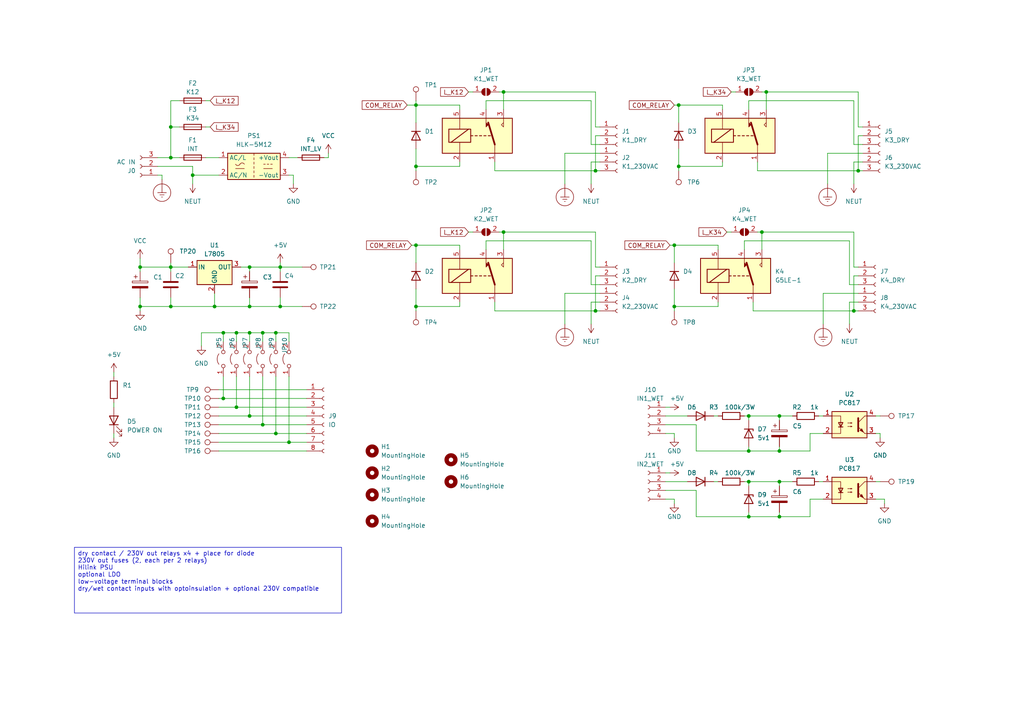
<source format=kicad_sch>
(kicad_sch (version 20250114) (generator "eeschema") (generator_version "9.0")
  (paper "A4")
  (lib_symbols
    (symbol "Connector:Conn_01x03_Socket" (pin_names (offset 1.016) (hide yes))
      (property "Reference" "J" (at 0 5.08 0))
      (property "Value" "Conn_01x03_Socket" (at 0 -5.08 0))
      (symbol "Conn_01x03_Socket_1_1"
        (pin passive line (at -5.08 2.54 0) (length 3.81) (name "Pin_1") (number "1"))
        (pin passive line (at -5.08 0 0) (length 3.81) (name "Pin_2") (number "2"))
        (pin passive line (at -5.08 -2.54 0) (length 3.81) (name "Pin_3") (number "3"))
      )
    )
    (symbol "Connector:Conn_01x04_Socket" (pin_names (offset 1.016) (hide yes))
      (property "Reference" "J" (at 0 5.08 0))
      (property "Value" "Conn_01x04_Socket" (at 0 -7.62 0))
      (symbol "Conn_01x04_Socket_1_1"
        (pin passive line (at -5.08 2.54 0) (length 3.81) (name "Pin_1") (number "1"))
        (pin passive line (at -5.08 0 0) (length 3.81) (name "Pin_2") (number "2"))
        (pin passive line (at -5.08 -2.54 0) (length 3.81) (name "Pin_3") (number "3"))
        (pin passive line (at -5.08 -5.08 0) (length 3.81) (name "Pin_4") (number "4"))
      )
    )
    (symbol "Connector:Conn_01x08_Socket" (pin_names (offset 1.016) (hide yes))
      (property "Reference" "J" (at 0 10.16 0))
      (property "Value" "Conn_01x08_Socket" (at 0 -12.7 0))
      (symbol "Conn_01x08_Socket_1_1"
        (pin passive line (at -5.08 7.62 0) (length 3.81) (name "Pin_1") (number "1"))
        (pin passive line (at -5.08 5.08 0) (length 3.81) (name "Pin_2") (number "2"))
        (pin passive line (at -5.08 2.54 0) (length 3.81) (name "Pin_3") (number "3"))
        (pin passive line (at -5.08 0 0) (length 3.81) (name "Pin_4") (number "4"))
        (pin passive line (at -5.08 -2.54 0) (length 3.81) (name "Pin_5") (number "5"))
        (pin passive line (at -5.08 -5.08 0) (length 3.81) (name "Pin_6") (number "6"))
        (pin passive line (at -5.08 -7.62 0) (length 3.81) (name "Pin_7") (number "7"))
        (pin passive line (at -5.08 -10.16 0) (length 3.81) (name "Pin_8") (number "8"))
      )
    )
    (symbol "Connector:TestPoint" (pin_numbers (hide yes)) (pin_names (offset 0.762) (hide yes))
      (property "Reference" "TP" (at 0 6.858 0))
      (property "Value" "TestPoint" (at 0 5.08 0))
      (symbol "TestPoint_1_1"
        (pin passive line (at 0 0 90) (length 2.54) (name "1") (number "1"))
      )
    )
    (symbol "Converter_ACDC:HLK-5M12"
      (property "Reference" "PS" (at 0 5.08 0))
      (property "Value" "HLK-5M12" (at 0 -5.08 0))
      (symbol "HLK-5M12_1_1"
        (pin power_in line (at -10.16 2.54 0) (length 2.54) (name "AC/L") (number "1"))
        (pin power_in line (at -10.16 -2.54 0) (length 2.54) (name "AC/N") (number "2"))
        (pin power_out line (at 10.16 2.54 180) (length 2.54) (name "+Vout") (number "4"))
        (pin power_out line (at 10.16 -2.54 180) (length 2.54) (name "-Vout") (number "3"))
      )
    )
    (symbol "Device:C" (pin_numbers (hide yes)) (pin_names (offset 0.254))
      (property "Reference" "C" (at 0.635 2.54 0))
      (property "Value" "C" (at 0.635 -2.54 0))
      (symbol "C_1_1"
        (pin passive line (at 0 3.81 270) (length 2.794) (name "~") (number "1"))
        (pin passive line (at 0 -3.81 90) (length 2.794) (name "~") (number "2"))
      )
    )
    (symbol "Device:C_Polarized" (pin_numbers (hide yes)) (pin_names (offset 0.254))
      (property "Reference" "C" (at 0.635 2.54 0))
      (property "Value" "C_Polarized" (at 0.635 -2.54 0))
      (symbol "C_Polarized_1_1"
        (pin passive line (at 0 3.81 270) (length 2.794) (name "~") (number "1"))
        (pin passive line (at 0 -3.81 90) (length 2.794) (name "~") (number "2"))
      )
    )
    (symbol "Device:D" (pin_numbers (hide yes)) (pin_names (offset 1.016) (hide yes))
      (property "Reference" "D" (at 0 2.54 0))
      (property "Value" "D" (at 0 -2.54 0))
      (symbol "D_1_1"
        (pin passive line (at -3.81 0 0) (length 2.54) (name "K") (number "1"))
        (pin passive line (at 3.81 0 180) (length 2.54) (name "A") (number "2"))
      )
    )
    (symbol "Device:D_Zener" (pin_numbers (hide yes)) (pin_names (offset 1.016) (hide yes))
      (property "Reference" "D" (at 0 2.54 0))
      (property "Value" "D_Zener" (at 0 -2.54 0))
      (symbol "D_Zener_1_1"
        (pin passive line (at -3.81 0 0) (length 2.54) (name "K") (number "1"))
        (pin passive line (at 3.81 0 180) (length 2.54) (name "A") (number "2"))
      )
    )
    (symbol "Device:Fuse" (pin_numbers (hide yes)) (pin_names (offset 0))
      (property "Reference" "F" (at 2.032 0 90))
      (property "Value" "Fuse" (at -1.905 0 90))
      (symbol "Fuse_1_1"
        (pin passive line (at 0 3.81 270) (length 1.27) (name "~") (number "1"))
        (pin passive line (at 0 -3.81 90) (length 1.27) (name "~") (number "2"))
      )
    )
    (symbol "Device:LED" (pin_numbers (hide yes)) (pin_names (offset 1.016) (hide yes))
      (property "Reference" "D" (at 0 2.54 0))
      (property "Value" "LED" (at 0 -2.54 0))
      (symbol "LED_1_1"
        (pin passive line (at -3.81 0 0) (length 2.54) (name "K") (number "1"))
        (pin passive line (at 3.81 0 180) (length 2.54) (name "A") (number "2"))
      )
    )
    (symbol "Device:R" (pin_numbers (hide yes)) (pin_names (offset 0))
      (property "Reference" "R" (at 2.032 0 90))
      (property "Value" "R" (at 0 0 90))
      (symbol "R_1_1"
        (pin passive line (at 0 3.81 270) (length 1.27) (name "~") (number "1"))
        (pin passive line (at 0 -3.81 90) (length 1.27) (name "~") (number "2"))
      )
    )
    (symbol "Diode:1N4007" (pin_numbers (hide yes)) (pin_names (hide yes))
      (property "Reference" "D" (at 0 2.54 0))
      (property "Value" "1N4007" (at 0 -2.54 0))
      (symbol "1N4007_1_1"
        (pin passive line (at -3.81 0 0) (length 2.54) (name "K") (number "1"))
        (pin passive line (at 3.81 0 180) (length 2.54) (name "A") (number "2"))
      )
    )
    (symbol "Isolator:PC817" (pin_names (offset 1.016))
      (property "Reference" "U" (at -5.08 5.08 0))
      (property "Value" "PC817" (at 0 5.08 0))
      (symbol "PC817_1_1"
        (pin passive line (at -7.62 2.54 0) (length 2.54) (name "~") (number "1"))
        (pin passive line (at -7.62 -2.54 0) (length 2.54) (name "~") (number "2"))
        (pin passive line (at 7.62 2.54 180) (length 2.54) (name "~") (number "4"))
        (pin passive line (at 7.62 -2.54 180) (length 2.54) (name "~") (number "3"))
      )
    )
    (symbol "Jumper:Jumper_2_Open" (pin_names (offset 0) (hide yes))
      (property "Reference" "JP" (at 0 2.794 0))
      (property "Value" "Jumper_2_Open" (at 0 -2.286 0))
      (symbol "Jumper_2_Open_1_1"
        (pin passive line (at -5.08 0 0) (length 2.54) (name "A") (number "1"))
        (pin passive line (at 5.08 0 180) (length 2.54) (name "B") (number "2"))
      )
    )
    (symbol "Jumper:SolderJumper_2_Open" (pin_names (offset 0) (hide yes))
      (property "Reference" "JP" (at 0 2.032 0))
      (property "Value" "SolderJumper_2_Open" (at 0 -2.54 0))
      (symbol "SolderJumper_2_Open_1_1"
        (pin passive line (at -3.81 0 0) (length 2.54) (name "A") (number "1"))
        (pin passive line (at 3.81 0 180) (length 2.54) (name "B") (number "2"))
      )
    )
    (symbol "Mechanical:MountingHole" (pin_names (offset 1.016))
      (property "Reference" "H" (at 0 5.08 0))
      (property "Value" "MountingHole" (at 0 3.175 0))
    )
    (symbol "Regulator_Linear:L7805" (pin_names (offset 0.254))
      (property "Reference" "U" (at -3.81 3.175 0))
      (property "Value" "L7805" (at 0 3.175 0))
      (symbol "L7805_1_1"
        (pin power_in line (at -7.62 0 0) (length 2.54) (name "IN") (number "1"))
        (pin power_in line (at 0 -7.62 90) (length 2.54) (name "GND") (number "2"))
        (pin power_out line (at 7.62 0 180) (length 2.54) (name "OUT") (number "3"))
      )
    )
    (symbol "Relay:G5LE-1"
      (property "Reference" "K" (at 11.43 3.81 0))
      (property "Value" "G5LE-1" (at 11.43 1.27 0))
      (symbol "G5LE-1_1_1"
        (pin passive line (at -5.08 7.62 270) (length 2.54) (name "~") (number "5"))
        (pin passive line (at -5.08 -7.62 90) (length 2.54) (name "~") (number "2"))
        (pin passive line (at 2.54 7.62 270) (length 2.54) (name "~") (number "4"))
        (pin passive line (at 5.08 -7.62 90) (length 2.54) (name "~") (number "1"))
        (pin passive line (at 7.62 7.62 270) (length 2.54) (name "~") (number "3"))
      )
    )
    (symbol "power:+5V" (power) (pin_names (offset 0))
      (property "Value" "+5V" (at 0 3.556 0))
      (symbol "+5V_1_1"
        (pin power_in line (at 0 0 90) (length 0) (hide yes) (name "+5V") (number "1"))
      )
    )
    (symbol "power:Earth_Protective" (power) (pin_names (offset 0))
      (symbol "Earth_Protective_1_1"
        (pin power_in line (at 0 0 270) (length 0) (hide yes) (name "Earth_Protective") (number "1"))
      )
    )
    (symbol "power:GND" (power) (pin_names (offset 0))
      (property "Value" "GND" (at 0 -3.81 0))
      (symbol "GND_1_1"
        (pin power_in line (at 0 0 270) (length 0) (hide yes) (name "GND") (number "1"))
      )
    )
    (symbol "power:NEUT" (power) (pin_names (offset 0))
      (property "Value" "NEUT" (at 0 3.81 0))
      (symbol "NEUT_1_1"
        (pin power_in line (at 0 0 90) (length 0) (hide yes) (name "NEUT") (number "1"))
      )
    )
    (symbol "power:VCC" (power) (pin_names (offset 0))
      (property "Value" "VCC" (at 0 3.81 0))
      (symbol "VCC_1_1"
        (pin power_in line (at 0 0 90) (length 0) (hide yes) (name "VCC") (number "1"))
      )
    )
  )
  (text_box "dry contact / 230V out relays x4 + place for diode\n230V out fuses (2, each per 2 relays)\nHilink PSU\noptional LDO \nlow-voltage terminal blocks\ndry/wet contact inputs with optoinsulation + optional 230V compatible" (at 21.59 158.75 0) (size 77.47 19.05) (margins 0.9525 0.9525 0.9525 0.9525) (effects (font (size 1.27 1.27)) (justify left top)))
  (junction (at 40.64 88.9))
  (junction (at 76.2 123.19))
  (junction (at 68.58 118.11))
  (junction (at 195.58 71.12))
  (junction (at 220.98 67.31))
  (junction (at 80.01 125.73))
  (junction (at 196.85 30.48))
  (junction (at 217.17 130.81))
  (junction (at 226.06 130.81))
  (junction (at 195.58 88.9))
  (junction (at 146.05 26.67))
  (junction (at 172.72 49.53))
  (junction (at 68.58 96.52))
  (junction (at 196.85 48.26))
  (junction (at 64.77 96.52))
  (junction (at 226.06 120.65))
  (junction (at 172.72 90.17))
  (junction (at 222.25 26.67))
  (junction (at 120.65 30.48))
  (junction (at 49.53 88.9))
  (junction (at 80.01 96.52))
  (junction (at 81.28 77.47))
  (junction (at 248.92 49.53))
  (junction (at 72.39 96.52))
  (junction (at 76.2 96.52))
  (junction (at 120.65 88.9))
  (junction (at 55.88 50.8))
  (junction (at 72.39 120.65))
  (junction (at 49.53 45.72))
  (junction (at 226.06 139.7))
  (junction (at 62.23 88.9))
  (junction (at 72.39 77.47))
  (junction (at 217.17 120.65))
  (junction (at 49.53 36.83))
  (junction (at 40.64 77.47))
  (junction (at 217.17 149.86))
  (junction (at 247.65 90.17))
  (junction (at 49.53 77.47))
  (junction (at 120.65 71.12))
  (junction (at 81.28 88.9))
  (junction (at 120.65 48.26))
  (junction (at 226.06 149.86))
  (junction (at 83.82 128.27))
  (junction (at 72.39 88.9))
  (junction (at 217.17 139.7))
  (junction (at 146.05 67.31))
  (junction (at 64.77 115.57))
  (wire (pts (xy 217.17 130.81) (xy 226.06 130.81)))
  (wire (pts (xy 217.17 29.21) (xy 247.65 29.21)))
  (wire (pts (xy 68.58 109.22) (xy 68.58 118.11)))
  (wire (pts (xy 247.65 80.01) (xy 247.65 90.17)))
  (wire (pts (xy 226.06 139.7) (xy 229.87 139.7)))
  (wire (pts (xy 217.17 139.7) (xy 226.06 139.7)))
  (wire (pts (xy 171.45 69.85) (xy 171.45 82.55)))
  (wire (pts (xy 144.78 26.67) (xy 146.05 26.67)))
  (wire (pts (xy 172.72 49.53) (xy 173.99 49.53)))
  (wire (pts (xy 40.64 86.36) (xy 40.64 88.9)))
  (wire (pts (xy 238.76 85.09) (xy 248.92 85.09)))
  (wire (pts (xy 195.58 30.48) (xy 196.85 30.48)))
  (wire (pts (xy 226.06 120.65) (xy 229.87 120.65)))
  (wire (pts (xy 254 144.78) (xy 256.54 144.78)))
  (wire (pts (xy 217.17 149.86) (xy 226.06 149.86)))
  (wire (pts (xy 143.51 90.17) (xy 172.72 90.17)))
  (wire (pts (xy 195.58 88.9) (xy 208.28 88.9)))
  (wire (pts (xy 64.77 115.57) (xy 88.9 115.57)))
  (wire (pts (xy 195.58 71.12) (xy 195.58 76.2)))
  (wire (pts (xy 215.9 69.85) (xy 215.9 72.39)))
  (wire (pts (xy 201.93 123.19) (xy 201.93 130.81)))
  (wire (pts (xy 76.2 123.19) (xy 88.9 123.19)))
  (wire (pts (xy 62.23 85.09) (xy 62.23 88.9)))
  (wire (pts (xy 172.72 80.01) (xy 173.99 80.01)))
  (wire (pts (xy 195.58 83.82) (xy 195.58 88.9)))
  (wire (pts (xy 196.85 48.26) (xy 209.55 48.26)))
  (wire (pts (xy 146.05 26.67) (xy 172.72 26.67)))
  (wire (pts (xy 201.93 149.86) (xy 217.17 149.86)))
  (wire (pts (xy 196.85 43.18) (xy 196.85 48.26)))
  (wire (pts (xy 40.64 78.74) (xy 40.64 77.47)))
  (wire (pts (xy 226.06 130.81) (xy 234.95 130.81)))
  (wire (pts (xy 195.58 71.12) (xy 208.28 71.12)))
  (wire (pts (xy 143.51 87.63) (xy 143.51 90.17)))
  (wire (pts (xy 62.23 88.9) (xy 72.39 88.9)))
  (wire (pts (xy 33.02 107.95) (xy 33.02 109.22)))
  (wire (pts (xy 120.65 83.82) (xy 120.65 88.9)))
  (wire (pts (xy 119.38 71.12) (xy 120.65 71.12)))
  (wire (pts (xy 63.5 115.57) (xy 64.77 115.57)))
  (wire (pts (xy 237.49 120.65) (xy 238.76 120.65)))
  (wire (pts (xy 193.04 118.11) (xy 194.31 118.11)))
  (wire (pts (xy 171.45 87.63) (xy 173.99 87.63)))
  (wire (pts (xy 120.65 30.48) (xy 133.35 30.48)))
  (wire (pts (xy 64.77 96.52) (xy 68.58 96.52)))
  (wire (pts (xy 120.65 29.21) (xy 120.65 30.48)))
  (wire (pts (xy 120.65 48.26) (xy 133.35 48.26)))
  (wire (pts (xy 49.53 36.83) (xy 52.07 36.83)))
  (wire (pts (xy 49.53 88.9) (xy 62.23 88.9)))
  (wire (pts (xy 217.17 139.7) (xy 217.17 140.97)))
  (wire (pts (xy 246.38 82.55) (xy 248.92 82.55)))
  (wire (pts (xy 248.92 36.83) (xy 248.92 26.67)))
  (wire (pts (xy 247.65 46.99) (xy 247.65 53.34)))
  (wire (pts (xy 72.39 77.47) (xy 72.39 78.74)))
  (wire (pts (xy 133.35 48.26) (xy 133.35 46.99)))
  (wire (pts (xy 163.83 93.98) (xy 163.83 85.09)))
  (wire (pts (xy 72.39 88.9) (xy 81.28 88.9)))
  (wire (pts (xy 120.65 30.48) (xy 120.65 35.56)))
  (wire (pts (xy 195.58 144.78) (xy 195.58 146.05)))
  (wire (pts (xy 219.71 67.31) (xy 220.98 67.31)))
  (wire (pts (xy 46.99 50.8) (xy 46.99 52.07)))
  (wire (pts (xy 49.53 29.21) (xy 49.53 36.83)))
  (wire (pts (xy 72.39 86.36) (xy 72.39 88.9)))
  (wire (pts (xy 133.35 71.12) (xy 133.35 72.39)))
  (wire (pts (xy 80.01 109.22) (xy 80.01 125.73)))
  (wire (pts (xy 135.89 67.31) (xy 137.16 67.31)))
  (wire (pts (xy 80.01 96.52) (xy 83.82 96.52)))
  (wire (pts (xy 217.17 148.59) (xy 217.17 149.86)))
  (wire (pts (xy 49.53 36.83) (xy 49.53 45.72)))
  (wire (pts (xy 215.9 139.7) (xy 217.17 139.7)))
  (wire (pts (xy 248.92 39.37) (xy 250.19 39.37)))
  (wire (pts (xy 63.5 123.19) (xy 76.2 123.19)))
  (wire (pts (xy 171.45 46.99) (xy 171.45 53.34)))
  (wire (pts (xy 215.9 69.85) (xy 246.38 69.85)))
  (wire (pts (xy 68.58 118.11) (xy 88.9 118.11)))
  (wire (pts (xy 33.02 116.84) (xy 33.02 118.11)))
  (wire (pts (xy 59.69 45.72) (xy 63.5 45.72)))
  (wire (pts (xy 256.54 144.78) (xy 256.54 146.05)))
  (wire (pts (xy 144.78 67.31) (xy 146.05 67.31)))
  (wire (pts (xy 219.71 46.99) (xy 219.71 49.53)))
  (wire (pts (xy 254 139.7) (xy 255.27 139.7)))
  (wire (pts (xy 171.45 46.99) (xy 173.99 46.99)))
  (wire (pts (xy 234.95 144.78) (xy 238.76 144.78)))
  (wire (pts (xy 49.53 76.2) (xy 49.53 77.47)))
  (wire (pts (xy 64.77 109.22) (xy 64.77 115.57)))
  (wire (pts (xy 80.01 125.73) (xy 88.9 125.73)))
  (wire (pts (xy 222.25 26.67) (xy 248.92 26.67)))
  (wire (pts (xy 40.64 74.93) (xy 40.64 77.47)))
  (wire (pts (xy 171.45 41.91) (xy 173.99 41.91)))
  (wire (pts (xy 217.17 120.65) (xy 217.17 121.92)))
  (wire (pts (xy 49.53 77.47) (xy 49.53 78.74)))
  (wire (pts (xy 172.72 36.83) (xy 172.72 26.67)))
  (wire (pts (xy 146.05 67.31) (xy 172.72 67.31)))
  (wire (pts (xy 135.89 26.67) (xy 137.16 26.67)))
  (wire (pts (xy 120.65 88.9) (xy 120.65 90.17)))
  (wire (pts (xy 143.51 46.99) (xy 143.51 49.53)))
  (wire (pts (xy 146.05 72.39) (xy 146.05 67.31)))
  (wire (pts (xy 215.9 120.65) (xy 217.17 120.65)))
  (wire (pts (xy 220.98 67.31) (xy 247.65 67.31)))
  (wire (pts (xy 247.65 29.21) (xy 247.65 41.91)))
  (wire (pts (xy 69.85 77.47) (xy 72.39 77.47)))
  (wire (pts (xy 208.28 88.9) (xy 208.28 87.63)))
  (wire (pts (xy 196.85 30.48) (xy 196.85 35.56)))
  (wire (pts (xy 143.51 49.53) (xy 172.72 49.53)))
  (wire (pts (xy 196.85 48.26) (xy 196.85 49.53)))
  (wire (pts (xy 201.93 130.81) (xy 217.17 130.81)))
  (wire (pts (xy 68.58 99.06) (xy 68.58 96.52)))
  (wire (pts (xy 247.65 46.99) (xy 250.19 46.99)))
  (wire (pts (xy 72.39 96.52) (xy 72.39 99.06)))
  (wire (pts (xy 49.53 86.36) (xy 49.53 88.9)))
  (wire (pts (xy 196.85 30.48) (xy 209.55 30.48)))
  (wire (pts (xy 52.07 29.21) (xy 49.53 29.21)))
  (wire (pts (xy 254 125.73) (xy 255.27 125.73)))
  (wire (pts (xy 218.44 87.63) (xy 218.44 90.17)))
  (wire (pts (xy 63.5 130.81) (xy 88.9 130.81)))
  (wire (pts (xy 195.58 88.9) (xy 195.58 90.17)))
  (wire (pts (xy 45.72 45.72) (xy 49.53 45.72)))
  (wire (pts (xy 72.39 109.22) (xy 72.39 120.65)))
  (wire (pts (xy 193.04 137.16) (xy 194.31 137.16)))
  (wire (pts (xy 172.72 77.47) (xy 172.72 67.31)))
  (wire (pts (xy 172.72 80.01) (xy 172.72 90.17)))
  (wire (pts (xy 63.5 128.27) (xy 83.82 128.27)))
  (wire (pts (xy 255.27 125.73) (xy 255.27 127)))
  (wire (pts (xy 218.44 90.17) (xy 247.65 90.17)))
  (wire (pts (xy 207.01 120.65) (xy 208.28 120.65)))
  (wire (pts (xy 49.53 77.47) (xy 54.61 77.47)))
  (wire (pts (xy 238.76 93.98) (xy 238.76 85.09)))
  (wire (pts (xy 45.72 50.8) (xy 46.99 50.8)))
  (wire (pts (xy 237.49 139.7) (xy 238.76 139.7)))
  (wire (pts (xy 248.92 49.53) (xy 250.19 49.53)))
  (wire (pts (xy 120.65 71.12) (xy 120.65 76.2)))
  (wire (pts (xy 58.42 100.33) (xy 58.42 96.52)))
  (wire (pts (xy 248.92 39.37) (xy 248.92 49.53)))
  (wire (pts (xy 173.99 36.83) (xy 172.72 36.83)))
  (wire (pts (xy 33.02 125.73) (xy 33.02 127)))
  (wire (pts (xy 63.5 113.03) (xy 88.9 113.03)))
  (wire (pts (xy 140.97 29.21) (xy 140.97 31.75)))
  (wire (pts (xy 81.28 77.47) (xy 81.28 78.74)))
  (wire (pts (xy 120.65 43.18) (xy 120.65 48.26)))
  (wire (pts (xy 163.83 44.45) (xy 173.99 44.45)))
  (wire (pts (xy 246.38 87.63) (xy 248.92 87.63)))
  (wire (pts (xy 195.58 127) (xy 195.58 125.73)))
  (wire (pts (xy 140.97 69.85) (xy 171.45 69.85)))
  (wire (pts (xy 81.28 88.9) (xy 87.63 88.9)))
  (wire (pts (xy 219.71 49.53) (xy 248.92 49.53)))
  (wire (pts (xy 172.72 39.37) (xy 173.99 39.37)))
  (wire (pts (xy 83.82 128.27) (xy 88.9 128.27)))
  (wire (pts (xy 234.95 144.78) (xy 234.95 149.86)))
  (wire (pts (xy 234.95 125.73) (xy 234.95 130.81)))
  (wire (pts (xy 55.88 50.8) (xy 63.5 50.8)))
  (wire (pts (xy 40.64 77.47) (xy 49.53 77.47)))
  (wire (pts (xy 193.04 123.19) (xy 201.93 123.19)))
  (wire (pts (xy 140.97 29.21) (xy 171.45 29.21)))
  (wire (pts (xy 220.98 26.67) (xy 222.25 26.67)))
  (wire (pts (xy 55.88 50.8) (xy 55.88 53.34)))
  (wire (pts (xy 171.45 87.63) (xy 171.45 93.98)))
  (wire (pts (xy 63.5 118.11) (xy 68.58 118.11)))
  (wire (pts (xy 171.45 82.55) (xy 173.99 82.55)))
  (wire (pts (xy 193.04 125.73) (xy 195.58 125.73)))
  (wire (pts (xy 85.09 50.8) (xy 83.82 50.8)))
  (wire (pts (xy 59.69 36.83) (xy 60.96 36.83)))
  (wire (pts (xy 72.39 77.47) (xy 81.28 77.47)))
  (wire (pts (xy 247.65 80.01) (xy 248.92 80.01)))
  (wire (pts (xy 226.06 140.97) (xy 226.06 139.7)))
  (wire (pts (xy 146.05 31.75) (xy 146.05 26.67)))
  (wire (pts (xy 247.65 77.47) (xy 247.65 67.31)))
  (wire (pts (xy 193.04 139.7) (xy 199.39 139.7)))
  (wire (pts (xy 120.65 88.9) (xy 133.35 88.9)))
  (wire (pts (xy 40.64 88.9) (xy 40.64 90.17)))
  (wire (pts (xy 171.45 29.21) (xy 171.45 41.91)))
  (wire (pts (xy 217.17 120.65) (xy 226.06 120.65)))
  (wire (pts (xy 247.65 41.91) (xy 250.19 41.91)))
  (wire (pts (xy 81.28 76.2) (xy 81.28 77.47)))
  (wire (pts (xy 72.39 96.52) (xy 76.2 96.52)))
  (wire (pts (xy 120.65 48.26) (xy 120.65 49.53)))
  (wire (pts (xy 172.72 39.37) (xy 172.72 49.53)))
  (wire (pts (xy 163.83 85.09) (xy 173.99 85.09)))
  (wire (pts (xy 234.95 125.73) (xy 238.76 125.73)))
  (wire (pts (xy 68.58 96.52) (xy 72.39 96.52)))
  (wire (pts (xy 246.38 87.63) (xy 246.38 93.98)))
  (wire (pts (xy 81.28 77.47) (xy 87.63 77.47)))
  (wire (pts (xy 76.2 96.52) (xy 76.2 99.06)))
  (wire (pts (xy 248.92 77.47) (xy 247.65 77.47)))
  (wire (pts (xy 210.82 67.31) (xy 212.09 67.31)))
  (wire (pts (xy 81.28 86.36) (xy 81.28 88.9)))
  (wire (pts (xy 76.2 109.22) (xy 76.2 123.19)))
  (wire (pts (xy 250.19 36.83) (xy 248.92 36.83)))
  (wire (pts (xy 247.65 90.17) (xy 248.92 90.17)))
  (wire (pts (xy 226.06 148.59) (xy 226.06 149.86)))
  (wire (pts (xy 246.38 69.85) (xy 246.38 82.55)))
  (wire (pts (xy 140.97 69.85) (xy 140.97 72.39)))
  (wire (pts (xy 254 120.65) (xy 255.27 120.65)))
  (wire (pts (xy 58.42 96.52) (xy 64.77 96.52)))
  (wire (pts (xy 208.28 71.12) (xy 208.28 72.39)))
  (wire (pts (xy 118.11 30.48) (xy 120.65 30.48)))
  (wire (pts (xy 72.39 120.65) (xy 88.9 120.65)))
  (wire (pts (xy 240.03 44.45) (xy 250.19 44.45)))
  (wire (pts (xy 59.69 29.21) (xy 60.96 29.21)))
  (wire (pts (xy 40.64 88.9) (xy 49.53 88.9)))
  (wire (pts (xy 207.01 139.7) (xy 208.28 139.7)))
  (wire (pts (xy 226.06 149.86) (xy 234.95 149.86)))
  (wire (pts (xy 217.17 29.21) (xy 217.17 31.75)))
  (wire (pts (xy 173.99 77.47) (xy 172.72 77.47)))
  (wire (pts (xy 85.09 50.8) (xy 85.09 53.34)))
  (wire (pts (xy 240.03 53.34) (xy 240.03 44.45)))
  (wire (pts (xy 49.53 45.72) (xy 52.07 45.72)))
  (wire (pts (xy 133.35 30.48) (xy 133.35 31.75)))
  (wire (pts (xy 209.55 48.26) (xy 209.55 46.99)))
  (wire (pts (xy 193.04 120.65) (xy 199.39 120.65)))
  (wire (pts (xy 63.5 125.73) (xy 80.01 125.73)))
  (wire (pts (xy 63.5 120.65) (xy 72.39 120.65)))
  (wire (pts (xy 209.55 30.48) (xy 209.55 31.75)))
  (wire (pts (xy 172.72 90.17) (xy 173.99 90.17)))
  (wire (pts (xy 226.06 121.92) (xy 226.06 120.65)))
  (wire (pts (xy 193.04 142.24) (xy 201.93 142.24)))
  (wire (pts (xy 212.09 26.67) (xy 213.36 26.67)))
  (wire (pts (xy 193.04 144.78) (xy 195.58 144.78)))
  (wire (pts (xy 95.25 44.45) (xy 95.25 45.72)))
  (wire (pts (xy 133.35 88.9) (xy 133.35 87.63)))
  (wire (pts (xy 83.82 45.72) (xy 86.36 45.72)))
  (wire (pts (xy 120.65 71.12) (xy 133.35 71.12)))
  (wire (pts (xy 76.2 96.52) (xy 80.01 96.52)))
  (wire (pts (xy 163.83 53.34) (xy 163.83 44.45)))
  (wire (pts (xy 55.88 48.26) (xy 55.88 50.8)))
  (wire (pts (xy 83.82 96.52) (xy 83.82 99.06)))
  (wire (pts (xy 80.01 96.52) (xy 80.01 99.06)))
  (wire (pts (xy 220.98 72.39) (xy 220.98 67.31)))
  (wire (pts (xy 222.25 31.75) (xy 222.25 26.67)))
  (wire (pts (xy 194.31 71.12) (xy 195.58 71.12)))
  (wire (pts (xy 64.77 99.06) (xy 64.77 96.52)))
  (wire (pts (xy 45.72 48.26) (xy 55.88 48.26)))
  (wire (pts (xy 83.82 109.22) (xy 83.82 128.27)))
  (wire (pts (xy 93.98 45.72) (xy 95.25 45.72)))
  (wire (pts (xy 201.93 142.24) (xy 201.93 149.86)))
  (wire (pts (xy 217.17 129.54) (xy 217.17 130.81)))
  (wire (pts (xy 226.06 129.54) (xy 226.06 130.81)))
  (global_label "L_K12" (shape input) (at 135.89 26.67 180) (property "Intersheetrefs" "${INTERSHEET_REFS}" (effects (hide yes))))
  (global_label "L_K34" (shape input) (at 210.82 67.31 180) (property "Intersheetrefs" "${INTERSHEET_REFS}" (effects (hide yes))))
  (global_label "L_K34" (shape input) (at 60.96 36.83 0) (property "Intersheetrefs" "${INTERSHEET_REFS}" (effects (hide yes))))
  (global_label "L_K34" (shape input) (at 212.09 26.67 180) (property "Intersheetrefs" "${INTERSHEET_REFS}" (effects (hide yes))))
  (global_label "COM_RELAY" (shape input) (at 194.31 71.12 180) (property "Intersheetrefs" "${INTERSHEET_REFS}" (effects (hide yes))))
  (global_label "COM_RELAY" (shape input) (at 119.38 71.12 180) (property "Intersheetrefs" "${INTERSHEET_REFS}" (effects (hide yes))))
  (global_label "L_K12" (shape input) (at 135.89 67.31 180) (property "Intersheetrefs" "${INTERSHEET_REFS}" (effects (hide yes))))
  (global_label "L_K12" (shape input) (at 60.96 29.21 0) (property "Intersheetrefs" "${INTERSHEET_REFS}" (effects (hide yes))))
  (global_label "COM_RELAY" (shape input) (at 195.58 30.48 180) (property "Intersheetrefs" "${INTERSHEET_REFS}" (effects (hide yes))))
  (global_label "COM_RELAY" (shape input) (at 118.11 30.48 180) (property "Intersheetrefs" "${INTERSHEET_REFS}" (effects (hide yes))))
  (symbol (lib_id "power:+5V") (at 194.31 118.11 270) (unit 1)
    (property "Reference" "#PWR018" (effects (hide yes)))
    (property "Value" "+5V" (at 194.31 115.57 90) (effects (justify left)))
  )
  (symbol (lib_id "Device:C_Polarized") (at 40.64 82.55 0) (unit 1)
    (property "Reference" "C1" (at 44.45 80.391 0) (effects (justify left)))
    (property "Value" "C_Polarized" (effects (hide yes)))
    (property "Footprint" "Capacitor_THT:C_Radial_D10.0mm_H20.0mm_P5.00mm" (effects (hide yes)))
  )
  (symbol (lib_id "Isolator:PC817") (at 246.38 123.19 0) (unit 1)
    (property "Reference" "U2" (at 246.38 114.3 0))
    (property "Value" "PC817" (at 246.38 116.84 0))
    (property "Footprint" "Package_DIP:DIP-4_W7.62mm" (effects (hide yes)))
    (property "Datasheet" "http://www.soselectronic.cz/a_info/resource/d/pc817.pdf" (effects (hide yes)))
  )
  (symbol (lib_id "Connector:TestPoint") (at 63.5 123.19 90) (unit 1)
    (property "Reference" "TP13" (at 55.88 123.19 90))
    (property "Value" "TestPoint" (effects (hide yes)))
    (property "Footprint" "Connector_Pin:Pin_D0.7mm_L6.5mm_W1.8mm_FlatFork" (effects (hide yes)))
  )
  (symbol (lib_id "Connector:Conn_01x04_Socket") (at 187.96 120.65 0) (mirror y) (unit 1)
    (property "Reference" "J10" (at 188.595 113.03 0))
    (property "Value" "IN1_WET" (at 188.595 115.57 0))
    (property "Footprint" "Connector_Phoenix_MC_HighVoltage:PhoenixContact_MCV_1,5_4-G-5.08_1x04_P5.08mm_Vertical" (effects (hide yes)))
  )
  (symbol (lib_id "Mechanical:MountingHole") (at 130.81 139.7 0) (unit 1)
    (property "Reference" "H6" (at 133.35 138.43 0) (effects (justify left)))
    (property "Value" "MountingHole" (at 133.35 140.97 0) (effects (justify left)))
    (property "Footprint" "MountingHole:MountingHole_2.2mm_M2" (effects (hide yes)))
  )
  (symbol (lib_id "power:GND") (at 256.54 146.05 0) (unit 1)
    (property "Reference" "#PWR023" (effects (hide yes)))
    (property "Value" "GND" (at 256.54 151.13 0))
  )
  (symbol (lib_id "Connector:TestPoint") (at 63.5 128.27 90) (unit 1)
    (property "Reference" "TP15" (at 55.88 128.27 90))
    (property "Value" "TestPoint" (effects (hide yes)))
    (property "Footprint" "Connector_Pin:Pin_D0.7mm_L6.5mm_W1.8mm_FlatFork" (effects (hide yes)))
  )
  (symbol (lib_id "Device:Fuse") (at 55.88 45.72 90) (unit 1)
    (property "Reference" "F1" (at 55.88 40.64 90))
    (property "Value" "INT" (at 55.88 43.18 90))
    (property "Footprint" "Fuse:Fuse_BelFuse_0ZRE0005FF_L8.3mm_W3.8mm" (effects (hide yes)))
  )
  (symbol (lib_id "Mechanical:MountingHole") (at 107.95 151.13 0) (unit 1)
    (property "Reference" "H4" (at 110.49 149.86 0) (effects (justify left)))
    (property "Value" "MountingHole" (at 110.49 152.4 0) (effects (justify left)))
    (property "Footprint" "MountingHole:MountingHole_2.2mm_M2" (effects (hide yes)))
  )
  (symbol (lib_id "power:Earth_Protective") (at 46.99 52.07 0) (unit 1)
    (property "Reference" "#PWR03" (effects (hide yes)))
    (property "Value" "Earth_Protective" (effects (hide yes)))
  )
  (symbol (lib_id "Relay:G5LE-1") (at 214.63 39.37 0) (unit 1)
    (property "Reference" "K3" (effects (hide yes)))
    (property "Value" "G5LE-1" (effects (hide yes)))
    (property "Footprint" "Relay_THT:Relay_SPDT_Omron-G5LE-1" (effects (hide yes)))
    (property "Datasheet" "http://www.omron.com/ecb/products/pdf/en-g5le.pdf" (effects (hide yes)))
  )
  (symbol (lib_id "Device:R") (at 33.02 113.03 180) (unit 1)
    (property "Reference" "R1" (at 35.56 111.76 0) (effects (justify right)))
    (property "Value" "R" (effects (hide yes)))
    (property "Footprint" "Resistor_SMD:R_1206_3216Metric_Pad1.30x1.75mm_HandSolder" (effects (hide yes)))
  )
  (symbol (lib_id "Connector:TestPoint") (at 120.65 49.53 180) (unit 1)
    (property "Reference" "TP2" (at 123.19 52.832 0) (effects (justify right)))
    (property "Value" "TestPoint" (effects (hide yes)))
    (property "Footprint" "Connector_Pin:Pin_D0.7mm_L6.5mm_W1.8mm_FlatFork" (effects (hide yes)))
  )
  (symbol (lib_id "Connector:TestPoint") (at 63.5 113.03 90) (unit 1)
    (property "Reference" "TP9" (at 55.88 113.03 90))
    (property "Value" "TestPoint" (effects (hide yes)))
    (property "Footprint" "Connector_Pin:Pin_D0.7mm_L6.5mm_W1.8mm_FlatFork" (effects (hide yes)))
  )
  (symbol (lib_id "Relay:G5LE-1") (at 213.36 80.01 0) (unit 1)
    (property "Reference" "K4" (at 224.79 78.74 0) (effects (justify left)))
    (property "Value" "G5LE-1" (at 224.79 81.28 0) (effects (justify left)))
    (property "Footprint" "Relay_THT:Relay_SPDT_Omron-G5LE-1" (effects (hide yes)))
    (property "Datasheet" "http://www.omron.com/ecb/products/pdf/en-g5le.pdf" (effects (hide yes)))
  )
  (symbol (lib_id "Connector:TestPoint") (at 255.27 139.7 270) (unit 1)
    (property "Reference" "TP19" (at 262.89 139.7 90))
    (property "Value" "TestPoint" (effects (hide yes)))
    (property "Footprint" "Connector_Pin:Pin_D0.7mm_L6.5mm_W1.8mm_FlatFork" (effects (hide yes)))
  )
  (symbol (lib_id "Connector:Conn_01x03_Socket") (at 40.64 48.26 180) (unit 1)
    (property "Reference" "J0" (at 39.37 49.53 0) (effects (justify left)))
    (property "Value" "AC IN" (at 39.37 46.99 0) (effects (justify left)))
    (property "Footprint" "Connector_Phoenix_MC_HighVoltage:PhoenixContact_MCV_1,5_3-G-5.08_1x03_P5.08mm_Vertical" (effects (hide yes)))
  )
  (symbol (lib_id "Device:D") (at 203.2 120.65 180) (unit 1)
    (property "Reference" "D6" (at 200.66 118.11 0))
    (property "Value" "D" (effects (hide yes)))
    (property "Footprint" "Diode_THT:D_DO-41_SOD81_P10.16mm_Horizontal" (effects (hide yes)))
    (property "Sim.Device" "D" (effects (hide yes)))
    (property "Sim.Pins" "1=K 2=A" (effects (hide yes)))
  )
  (symbol (lib_id "power:NEUT") (at 246.38 93.98 180) (unit 1)
    (property "Reference" "#PWR010" (effects (hide yes)))
    (property "Value" "NEUT" (at 246.38 99.06 0))
  )
  (symbol (lib_id "Mechanical:MountingHole") (at 130.81 133.35 0) (unit 1)
    (property "Reference" "H5" (at 133.35 132.08 0) (effects (justify left)))
    (property "Value" "MountingHole" (at 133.35 134.62 0) (effects (justify left)))
    (property "Footprint" "MountingHole:MountingHole_2.2mm_M2" (effects (hide yes)))
  )
  (symbol (lib_id "power:Earth_Protective") (at 240.03 53.34 0) (unit 1)
    (property "Reference" "#PWR07" (effects (hide yes)))
    (property "Value" "Earth_Protective" (effects (hide yes)))
  )
  (symbol (lib_id "Connector:Conn_01x03_Socket") (at 179.07 46.99 0) (unit 1)
    (property "Reference" "J2" (at 180.34 45.72 0) (effects (justify left)))
    (property "Value" "K1_230VAC" (at 180.34 48.26 0) (effects (justify left)))
    (property "Footprint" "Connector_Phoenix_MC_HighVoltage:PhoenixContact_MCV_1,5_3-G-5.08_1x03_P5.08mm_Vertical" (effects (hide yes)))
  )
  (symbol (lib_id "power:Earth_Protective") (at 238.76 93.98 0) (unit 1)
    (property "Reference" "#PWR09" (effects (hide yes)))
    (property "Value" "Earth_Protective" (effects (hide yes)))
  )
  (symbol (lib_id "Connector:Conn_01x03_Socket") (at 255.27 46.99 0) (unit 1)
    (property "Reference" "J6" (at 256.54 45.72 0) (effects (justify left)))
    (property "Value" "K3_230VAC" (at 256.54 48.26 0) (effects (justify left)))
    (property "Footprint" "Connector_Phoenix_MC_HighVoltage:PhoenixContact_MCV_1,5_3-G-5.08_1x03_P5.08mm_Vertical" (effects (hide yes)))
  )
  (symbol (lib_id "Device:R") (at 212.09 139.7 90) (unit 1)
    (property "Reference" "R4" (at 207.01 137.16 90))
    (property "Value" "100k/3W" (at 214.63 137.16 90))
    (property "Footprint" "Resistor_THT:R_Axial_DIN0309_L9.0mm_D3.2mm_P15.24mm_Horizontal" (effects (hide yes)))
  )
  (symbol (lib_id "Device:R") (at 212.09 120.65 90) (unit 1)
    (property "Reference" "R3" (at 207.01 118.11 90))
    (property "Value" "100k/3W" (at 214.63 118.11 90))
    (property "Footprint" "Resistor_THT:R_Axial_DIN0309_L9.0mm_D3.2mm_P15.24mm_Horizontal" (effects (hide yes)))
  )
  (symbol (lib_id "Device:C_Polarized") (at 72.39 82.55 0) (unit 1)
    (property "Reference" "C3" (at 76.2 80.391 0) (effects (justify left)))
    (property "Value" "C_Polarized" (effects (hide yes)))
    (property "Footprint" "Capacitor_THT:C_Radial_D10.0mm_H20.0mm_P5.00mm" (effects (hide yes)))
  )
  (symbol (lib_id "Mechanical:MountingHole") (at 107.95 143.51 0) (unit 1)
    (property "Reference" "H3" (at 110.49 142.24 0) (effects (justify left)))
    (property "Value" "MountingHole" (at 110.49 144.78 0) (effects (justify left)))
    (property "Footprint" "MountingHole:MountingHole_2.2mm_M2" (effects (hide yes)))
  )
  (symbol (lib_id "Jumper:SolderJumper_2_Open") (at 217.17 26.67 0) (unit 1)
    (property "Reference" "JP3" (at 217.17 20.32 0))
    (property "Value" "K3_WET" (at 217.17 22.86 0))
    (property "Footprint" "TestPoint:TestPoint_2Pads_Pitch5.08mm_Drill1.3mm" (effects (hide yes)))
  )
  (symbol (lib_id "Connector:TestPoint") (at 63.5 120.65 90) (unit 1)
    (property "Reference" "TP12" (at 55.88 120.65 90))
    (property "Value" "TestPoint" (effects (hide yes)))
    (property "Footprint" "Connector_Pin:Pin_D0.7mm_L6.5mm_W1.8mm_FlatFork" (effects (hide yes)))
  )
  (symbol (lib_id "Connector:TestPoint") (at 255.27 120.65 270) (unit 1)
    (property "Reference" "TP17" (at 262.89 120.65 90))
    (property "Value" "TestPoint" (effects (hide yes)))
    (property "Footprint" "Connector_Pin:Pin_D0.7mm_L6.5mm_W1.8mm_FlatFork" (effects (hide yes)))
  )
  (symbol (lib_id "power:GND") (at 255.27 127 0) (unit 1)
    (property "Reference" "#PWR022" (effects (hide yes)))
    (property "Value" "GND" (at 255.27 132.08 0))
  )
  (symbol (lib_id "Jumper:Jumper_2_Open") (at 76.2 104.14 90) (unit 1)
    (property "Reference" "JP8" (at 74.93 97.79 0) (effects (justify right)))
    (property "Footprint" "Jumper:SolderJumper-2_P1.3mm_Open_RoundedPad1.0x1.5mm" (effects (hide yes)))
  )
  (symbol (lib_id "power:GND") (at 85.09 53.34 0) (unit 1)
    (property "Reference" "#PWR011" (effects (hide yes)))
    (property "Value" "GND" (at 85.09 58.42 0))
  )
  (symbol (lib_id "Connector:TestPoint") (at 120.65 90.17 180) (unit 1)
    (property "Reference" "TP4" (at 123.19 93.472 0) (effects (justify right)))
    (property "Value" "TestPoint" (effects (hide yes)))
    (property "Footprint" "Connector_Pin:Pin_D0.7mm_L6.5mm_W1.8mm_FlatFork" (effects (hide yes)))
  )
  (symbol (lib_id "Connector:TestPoint") (at 120.65 29.21 0) (unit 1)
    (property "Reference" "TP1" (at 123.19 24.638 0) (effects (justify left)))
    (property "Value" "TestPoint" (effects (hide yes)))
    (property "Footprint" "Connector_Pin:Pin_D0.7mm_L6.5mm_W1.8mm_FlatFork" (effects (hide yes)))
  )
  (symbol (lib_id "Device:Fuse") (at 55.88 36.83 90) (unit 1)
    (property "Reference" "F3" (at 55.88 31.75 90))
    (property "Value" "K34" (at 55.88 34.29 90))
    (property "Footprint" "Fuse:Fuseholder_Clip-5x20mm_Keystone_3512_Inline_P23.62x7.27mm_D1.02x1.57mm_Horizontal" (effects (hide yes)))
  )
  (symbol (lib_id "Connector:TestPoint") (at 63.5 130.81 90) (unit 1)
    (property "Reference" "TP16" (at 55.88 130.81 90))
    (property "Value" "TestPoint" (effects (hide yes)))
    (property "Footprint" "Connector_Pin:Pin_D0.7mm_L6.5mm_W1.8mm_FlatFork" (effects (hide yes)))
  )
  (symbol (lib_id "Converter_ACDC:HLK-5M12") (at 73.66 48.26 0) (unit 1)
    (property "Reference" "PS1" (at 73.66 39.37 0))
    (property "Value" "HLK-5M12" (at 73.66 41.91 0))
    (property "Footprint" "Converter_ACDC:Converter_ACDC_HiLink_HLK-5Mxx" (effects (hide yes)))
    (property "Datasheet" "http://h.hlktech.com/download/ACDC%E7%94%B5%E6%BA%90%E6%A8%A1%E5%9D%975W%E7%B3%BB%E5%88%97/1/%E6%B5%B7%E5%87%8C%E7%A7%915W%E7%B3%BB%E5%88%97%E7%94%B5%E6%BA%90%E6%A8%A1%E5%9D%97%E8%A7%84%E6%A0%BC%E4%B9%A6V2.8.pdf" (effects (hide yes)))
  )
  (symbol (lib_id "power:GND") (at 58.42 100.33 0) (mirror y) (unit 1)
    (property "Reference" "#PWR024" (effects (hide yes)))
    (property "Value" "GND" (at 58.42 105.41 0))
  )
  (symbol (lib_id "Device:R") (at 233.68 139.7 90) (unit 1)
    (property "Reference" "R5" (at 231.14 137.16 90))
    (property "Value" "1k" (at 236.22 137.16 90))
    (property "Footprint" "Resistor_SMD:R_1206_3216Metric_Pad1.30x1.75mm_HandSolder" (effects (hide yes)))
  )
  (symbol (lib_id "Device:C") (at 81.28 82.55 0) (unit 1)
    (property "Reference" "C4" (at 82.55 80.01 0) (effects (justify left)))
    (property "Value" "C" (effects (hide yes)))
    (property "Footprint" "Capacitor_THT:C_Rect_L7.0mm_W3.5mm_P2.50mm_P5.00mm" (effects (hide yes)))
  )
  (symbol (lib_id "Connector:Conn_01x04_Socket") (at 187.96 139.7 0) (mirror y) (unit 1)
    (property "Reference" "J11" (at 188.595 132.08 0))
    (property "Value" "IN2_WET" (at 188.595 134.62 0))
    (property "Footprint" "Connector_Phoenix_MC_HighVoltage:PhoenixContact_MCV_1,5_4-G-5.08_1x04_P5.08mm_Vertical" (effects (hide yes)))
  )
  (symbol (lib_id "Connector:TestPoint") (at 87.63 77.47 270) (unit 1)
    (property "Reference" "TP21" (at 92.71 77.47 90) (effects (justify left)))
    (property "Value" "TestPoint" (effects (hide yes)))
    (property "Footprint" "Connector_Pin:Pin_D0.7mm_L6.5mm_W1.8mm_FlatFork" (effects (hide yes)))
  )
  (symbol (lib_id "Isolator:PC817") (at 246.38 142.24 0) (unit 1)
    (property "Reference" "U3" (at 246.38 133.35 0))
    (property "Value" "PC817" (at 246.38 135.89 0))
    (property "Footprint" "Package_DIP:DIP-4_W7.62mm" (effects (hide yes)))
    (property "Datasheet" "http://www.soselectronic.cz/a_info/resource/d/pc817.pdf" (effects (hide yes)))
  )
  (symbol (lib_id "power:NEUT") (at 247.65 53.34 180) (unit 1)
    (property "Reference" "#PWR08" (effects (hide yes)))
    (property "Value" "NEUT" (at 247.65 58.42 0))
  )
  (symbol (lib_id "Connector:Conn_01x03_Socket") (at 179.07 80.01 0) (unit 1)
    (property "Reference" "J3" (at 180.34 78.74 0) (effects (justify left)))
    (property "Value" "K2_DRY" (at 180.34 81.28 0) (effects (justify left)))
    (property "Footprint" "Connector_Phoenix_MC_HighVoltage:PhoenixContact_MCV_1,5_3-G-5.08_1x03_P5.08mm_Vertical" (effects (hide yes)))
  )
  (symbol (lib_id "Diode:1N4007") (at 120.65 39.37 270) (unit 1)
    (property "Reference" "D1" (at 123.19 38.1 90) (effects (justify left)))
    (property "Value" "1N4007" (effects (hide yes)))
    (property "Footprint" "Diode_THT:D_DO-41_SOD81_P10.16mm_Horizontal" (effects (hide yes)))
    (property "Datasheet" "http://www.vishay.com/docs/88503/1n4001.pdf" (effects (hide yes)))
    (property "Sim.Device" "D" (effects (hide yes)))
    (property "Sim.Pins" "1=K 2=A" (effects (hide yes)))
  )
  (symbol (lib_id "power:NEUT") (at 171.45 53.34 180) (unit 1)
    (property "Reference" "#PWR02" (effects (hide yes)))
    (property "Value" "NEUT" (at 171.45 58.42 0))
  )
  (symbol (lib_id "Connector:Conn_01x03_Socket") (at 255.27 39.37 0) (unit 1)
    (property "Reference" "J5" (at 256.54 38.1 0) (effects (justify left)))
    (property "Value" "K3_DRY" (at 256.54 40.64 0) (effects (justify left)))
    (property "Footprint" "Connector_Phoenix_MC_HighVoltage:PhoenixContact_MCV_1,5_3-G-5.08_1x03_P5.08mm_Vertical" (effects (hide yes)))
  )
  (symbol (lib_id "Jumper:SolderJumper_2_Open") (at 140.97 26.67 0) (unit 1)
    (property "Reference" "JP1" (at 140.97 20.32 0))
    (property "Value" "K1_WET" (at 140.97 22.86 0))
    (property "Footprint" "TestPoint:TestPoint_2Pads_Pitch5.08mm_Drill1.3mm" (effects (hide yes)))
  )
  (symbol (lib_id "Regulator_Linear:L7805") (at 62.23 77.47 0) (unit 1)
    (property "Reference" "U1" (at 62.23 71.12 0))
    (property "Value" "L7805" (at 62.23 73.66 0))
    (property "Footprint" "Package_TO_SOT_THT:TO-92L_Inline_Wide" (effects (hide yes)))
    (property "Datasheet" "http://www.st.com/content/ccc/resource/technical/document/datasheet/41/4f/b3/b0/12/d4/47/88/CD00000444.pdf/files/CD00000444.pdf/jcr:content/translations/en.CD00000444.pdf" (effects (hide yes)))
  )
  (symbol (lib_id "Connector:TestPoint") (at 87.63 88.9 270) (unit 1)
    (property "Reference" "TP22" (at 92.71 88.9 90) (effects (justify left)))
    (property "Value" "TestPoint" (effects (hide yes)))
    (property "Footprint" "Connector_Pin:Pin_D0.7mm_L6.5mm_W1.8mm_FlatFork" (effects (hide yes)))
  )
  (symbol (lib_id "Device:D_Zener") (at 217.17 125.73 270) (unit 1)
    (property "Reference" "D7" (at 219.71 124.46 90) (effects (justify left)))
    (property "Value" "5v1" (at 219.71 127 90) (effects (justify left)))
    (property "Footprint" "Diode_THT:D_DO-15_P5.08mm_Vertical_AnodeUp" (effects (hide yes)))
  )
  (symbol (lib_id "Connector:TestPoint") (at 63.5 118.11 90) (unit 1)
    (property "Reference" "TP11" (at 55.88 118.11 90))
    (property "Value" "TestPoint" (effects (hide yes)))
    (property "Footprint" "Connector_Pin:Pin_D0.7mm_L6.5mm_W1.8mm_FlatFork" (effects (hide yes)))
  )
  (symbol (lib_id "Diode:1N4007") (at 196.85 39.37 270) (unit 1)
    (property "Reference" "D3" (at 199.39 38.1 90) (effects (justify left)))
    (property "Value" "1N4007" (effects (hide yes)))
    (property "Footprint" "Diode_THT:D_DO-41_SOD81_P10.16mm_Horizontal" (effects (hide yes)))
    (property "Datasheet" "http://www.vishay.com/docs/88503/1n4001.pdf" (effects (hide yes)))
    (property "Sim.Device" "D" (effects (hide yes)))
    (property "Sim.Pins" "1=K 2=A" (effects (hide yes)))
  )
  (symbol (lib_id "power:NEUT") (at 55.88 53.34 180) (unit 1)
    (property "Reference" "#PWR04" (effects (hide yes)))
    (property "Value" "NEUT" (at 55.88 58.42 0))
  )
  (symbol (lib_id "power:GND") (at 195.58 146.05 0) (unit 1)
    (property "Reference" "#PWR021" (effects (hide yes)))
    (property "Value" "GND" (at 195.58 149.86 0))
  )
  (symbol (lib_id "power:VCC") (at 40.64 74.93 0) (unit 1)
    (property "Reference" "#PWR013" (effects (hide yes)))
    (property "Value" "VCC" (at 40.64 69.85 0))
  )
  (symbol (lib_id "Device:R") (at 233.68 120.65 90) (unit 1)
    (property "Reference" "R2" (at 231.14 118.11 90))
    (property "Value" "1k" (at 236.22 118.11 90))
    (property "Footprint" "Resistor_SMD:R_1206_3216Metric_Pad1.30x1.75mm_HandSolder" (effects (hide yes)))
  )
  (symbol (lib_id "Jumper:SolderJumper_2_Open") (at 215.9 67.31 0) (unit 1)
    (property "Reference" "JP4" (at 215.9 60.96 0))
    (property "Value" "K4_WET" (at 215.9 63.5 0))
    (property "Footprint" "TestPoint:TestPoint_2Pads_Pitch5.08mm_Drill1.3mm" (effects (hide yes)))
  )
  (symbol (lib_id "Connector:Conn_01x03_Socket") (at 179.07 87.63 0) (unit 1)
    (property "Reference" "J4" (at 180.34 86.36 0) (effects (justify left)))
    (property "Value" "K2_230VAC" (at 180.34 88.9 0) (effects (justify left)))
    (property "Footprint" "Connector_Phoenix_MC_HighVoltage:PhoenixContact_MCV_1,5_3-G-5.08_1x03_P5.08mm_Vertical" (effects (hide yes)))
  )
  (symbol (lib_id "power:NEUT") (at 171.45 93.98 180) (unit 1)
    (property "Reference" "#PWR06" (effects (hide yes)))
    (property "Value" "NEUT" (at 171.45 99.06 0))
  )
  (symbol (lib_id "Jumper:Jumper_2_Open") (at 68.58 104.14 90) (unit 1)
    (property "Reference" "JP6" (at 67.31 97.79 0) (effects (justify right)))
    (property "Footprint" "Jumper:SolderJumper-2_P1.3mm_Open_RoundedPad1.0x1.5mm" (effects (hide yes)))
  )
  (symbol (lib_id "Mechanical:MountingHole") (at 107.95 130.81 0) (unit 1)
    (property "Reference" "H1" (at 110.49 129.54 0) (effects (justify left)))
    (property "Value" "MountingHole" (at 110.49 132.08 0) (effects (justify left)))
    (property "Footprint" "MountingHole:MountingHole_2.2mm_M2" (effects (hide yes)))
  )
  (symbol (lib_id "Device:Fuse") (at 55.88 29.21 90) (unit 1)
    (property "Reference" "F2" (at 55.88 24.13 90))
    (property "Value" "K12" (at 55.88 26.67 90))
    (property "Footprint" "Fuse:Fuseholder_Clip-5x20mm_Keystone_3512_Inline_P23.62x7.27mm_D1.02x1.57mm_Horizontal" (effects (hide yes)))
  )
  (symbol (lib_id "Jumper:SolderJumper_2_Open") (at 140.97 67.31 0) (unit 1)
    (property "Reference" "JP2" (at 140.97 60.96 0))
    (property "Value" "K2_WET" (at 140.97 63.5 0))
    (property "Footprint" "TestPoint:TestPoint_2Pads_Pitch5.08mm_Drill1.3mm" (effects (hide yes)))
  )
  (symbol (lib_id "Jumper:Jumper_2_Open") (at 80.01 104.14 90) (unit 1)
    (property "Reference" "JP9" (at 78.74 97.79 0) (effects (justify right)))
    (property "Footprint" "Jumper:SolderJumper-2_P1.3mm_Open_RoundedPad1.0x1.5mm" (effects (hide yes)))
  )
  (symbol (lib_id "Diode:1N4007") (at 195.58 80.01 270) (unit 1)
    (property "Reference" "D4" (at 198.12 78.74 90) (effects (justify left)))
    (property "Value" "1N4007" (effects (hide yes)))
    (property "Footprint" "Diode_THT:D_DO-41_SOD81_P10.16mm_Horizontal" (effects (hide yes)))
    (property "Datasheet" "http://www.vishay.com/docs/88503/1n4001.pdf" (effects (hide yes)))
    (property "Sim.Device" "D" (effects (hide yes)))
    (property "Sim.Pins" "1=K 2=A" (effects (hide yes)))
  )
  (symbol (lib_id "Device:C_Polarized") (at 226.06 144.78 0) (unit 1)
    (property "Reference" "C6" (at 229.87 142.621 0) (effects (justify left)))
    (property "Value" "C_Polarized" (effects (hide yes)))
    (property "Footprint" "Capacitor_THT:C_Radial_D10.0mm_H20.0mm_P5.00mm" (effects (hide yes)))
  )
  (symbol (lib_id "Connector:TestPoint") (at 63.5 125.73 90) (unit 1)
    (property "Reference" "TP14" (at 55.88 125.73 90))
    (property "Value" "TestPoint" (effects (hide yes)))
    (property "Footprint" "Connector_Pin:Pin_D0.7mm_L6.5mm_W1.8mm_FlatFork" (effects (hide yes)))
  )
  (symbol (lib_id "Mechanical:MountingHole") (at 107.95 137.16 0) (unit 1)
    (property "Reference" "H2" (at 110.49 135.89 0) (effects (justify left)))
    (property "Value" "MountingHole" (at 110.49 138.43 0) (effects (justify left)))
    (property "Footprint" "MountingHole:MountingHole_2.2mm_M2" (effects (hide yes)))
  )
  (symbol (lib_id "power:GND") (at 33.02 127 0) (unit 1)
    (property "Reference" "#PWR016" (effects (hide yes)))
    (property "Value" "GND" (at 33.02 132.08 0))
  )
  (symbol (lib_id "power:+5V") (at 33.02 107.95 0) (unit 1)
    (property "Reference" "#PWR017" (effects (hide yes)))
    (property "Value" "+5V" (at 33.02 102.87 0))
  )
  (symbol (lib_id "power:GND") (at 40.64 90.17 0) (unit 1)
    (property "Reference" "#PWR014" (effects (hide yes)))
    (property "Value" "GND" (at 40.64 95.25 0))
  )
  (symbol (lib_id "Connector:TestPoint") (at 63.5 115.57 90) (unit 1)
    (property "Reference" "TP10" (at 55.88 115.57 90))
    (property "Value" "TestPoint" (effects (hide yes)))
    (property "Footprint" "Connector_Pin:Pin_D0.7mm_L6.5mm_W1.8mm_FlatFork" (effects (hide yes)))
  )
  (symbol (lib_id "Device:C") (at 49.53 82.55 0) (unit 1)
    (property "Reference" "C2" (at 50.8 80.01 0) (effects (justify left)))
    (property "Value" "C" (effects (hide yes)))
    (property "Footprint" "Capacitor_THT:C_Rect_L7.0mm_W3.5mm_P2.50mm_P5.00mm" (effects (hide yes)))
  )
  (symbol (lib_id "Connector:TestPoint") (at 49.53 76.2 0) (unit 1)
    (property "Reference" "TP20" (at 52.07 72.898 0) (effects (justify left)))
    (property "Value" "TestPoint" (effects (hide yes)))
    (property "Footprint" "Connector_Pin:Pin_D0.7mm_L6.5mm_W1.8mm_FlatFork" (effects (hide yes)))
  )
  (symbol (lib_id "Connector:TestPoint") (at 195.58 90.17 180) (unit 1)
    (property "Reference" "TP8" (at 198.12 93.472 0) (effects (justify right)))
    (property "Value" "TestPoint" (effects (hide yes)))
    (property "Footprint" "Connector_Pin:Pin_D0.7mm_L6.5mm_W1.8mm_FlatFork" (effects (hide yes)))
  )
  (symbol (lib_id "power:+5V") (at 194.31 137.16 270) (unit 1)
    (property "Reference" "#PWR019" (effects (hide yes)))
    (property "Value" "+5V" (at 194.31 134.62 90) (effects (justify left)))
  )
  (symbol (lib_id "Jumper:Jumper_2_Open") (at 83.82 104.14 90) (unit 1)
    (property "Reference" "JP10" (at 82.55 97.79 0) (effects (justify right)))
    (property "Footprint" "Jumper:SolderJumper-2_P1.3mm_Open_RoundedPad1.0x1.5mm" (effects (hide yes)))
  )
  (symbol (lib_id "Connector:Conn_01x03_Socket") (at 254 80.01 0) (unit 1)
    (property "Reference" "J7" (at 255.27 78.74 0) (effects (justify left)))
    (property "Value" "K4_DRY" (at 255.27 81.28 0) (effects (justify left)))
    (property "Footprint" "Connector_Phoenix_MC_HighVoltage:PhoenixContact_MCV_1,5_3-G-5.08_1x03_P5.08mm_Vertical" (effects (hide yes)))
  )
  (symbol (lib_id "Relay:G5LE-1") (at 138.43 39.37 0) (unit 1)
    (property "Reference" "K1" (effects (hide yes)))
    (property "Value" "G5LE-1" (effects (hide yes)))
    (property "Footprint" "Relay_THT:Relay_SPDT_Omron-G5LE-1" (effects (hide yes)))
    (property "Datasheet" "http://www.omron.com/ecb/products/pdf/en-g5le.pdf" (effects (hide yes)))
  )
  (symbol (lib_id "Device:LED") (at 33.02 121.92 90) (unit 1)
    (property "Reference" "D5" (at 36.83 122.2375 90) (effects (justify right)))
    (property "Value" "POWER ON" (at 36.83 124.7775 90) (effects (justify right)))
    (property "Footprint" "LED_THT:LED_D3.0mm" (effects (hide yes)))
  )
  (symbol (lib_id "power:Earth_Protective") (at 163.83 93.98 0) (unit 1)
    (property "Reference" "#PWR05" (effects (hide yes)))
    (property "Value" "Earth_Protective" (effects (hide yes)))
  )
  (symbol (lib_id "Connector:Conn_01x08_Socket") (at 93.98 120.65 0) (unit 1)
    (property "Reference" "J9" (at 95.25 120.65 0) (effects (justify left)))
    (property "Value" "IO" (at 95.25 123.19 0) (effects (justify left)))
    (property "Footprint" "Connector_Phoenix_MC_HighVoltage:PhoenixContact_MCV_1,5_8-G-5.08_1x08_P5.08mm_Vertical" (effects (hide yes)))
  )
  (symbol (lib_id "Relay:G5LE-1") (at 138.43 80.01 0) (unit 1)
    (property "Reference" "K2" (effects (hide yes)))
    (property "Value" "G5LE-1" (effects (hide yes)))
    (property "Footprint" "Relay_THT:Relay_SPDT_Omron-G5LE-1" (effects (hide yes)))
    (property "Datasheet" "http://www.omron.com/ecb/products/pdf/en-g5le.pdf" (effects (hide yes)))
  )
  (symbol (lib_id "power:Earth_Protective") (at 163.83 53.34 0) (unit 1)
    (property "Reference" "#PWR01" (effects (hide yes)))
    (property "Value" "Earth_Protective" (effects (hide yes)))
  )
  (symbol (lib_id "Jumper:Jumper_2_Open") (at 72.39 104.14 90) (unit 1)
    (property "Reference" "JP7" (at 71.12 97.79 0) (effects (justify right)))
    (property "Footprint" "Jumper:SolderJumper-2_P1.3mm_Open_RoundedPad1.0x1.5mm" (effects (hide yes)))
  )
  (symbol (lib_id "power:GND") (at 195.58 127 0) (unit 1)
    (property "Reference" "#PWR020" (effects (hide yes)))
    (property "Value" "GND" (at 195.58 130.81 0))
  )
  (symbol (lib_id "Connector:Conn_01x03_Socket") (at 179.07 39.37 0) (unit 1)
    (property "Reference" "J1" (at 180.34 38.1 0) (effects (justify left)))
    (property "Value" "K1_DRY" (at 180.34 40.64 0) (effects (justify left)))
    (property "Footprint" "Connector_Phoenix_MC_HighVoltage:PhoenixContact_MCV_1,5_3-G-5.08_1x03_P5.08mm_Vertical" (effects (hide yes)))
  )
  (symbol (lib_id "Device:D_Zener") (at 217.17 144.78 270) (unit 1)
    (property "Reference" "D9" (at 219.71 143.51 90) (effects (justify left)))
    (property "Value" "5v1" (at 219.71 146.05 90) (effects (justify left)))
    (property "Footprint" "Diode_THT:D_DO-15_P5.08mm_Vertical_AnodeUp" (effects (hide yes)))
  )
  (symbol (lib_id "Device:D") (at 203.2 139.7 180) (unit 1)
    (property "Reference" "D8" (at 200.66 137.16 0))
    (property "Value" "D" (effects (hide yes)))
    (property "Footprint" "Diode_THT:D_DO-41_SOD81_P10.16mm_Horizontal" (effects (hide yes)))
    (property "Sim.Device" "D" (effects (hide yes)))
    (property "Sim.Pins" "1=K 2=A" (effects (hide yes)))
  )
  (symbol (lib_id "Connector:Conn_01x03_Socket") (at 254 87.63 0) (unit 1)
    (property "Reference" "J8" (at 255.27 86.36 0) (effects (justify left)))
    (property "Value" "K4_230VAC" (at 255.27 88.9 0) (effects (justify left)))
    (property "Footprint" "Connector_Phoenix_MC_HighVoltage:PhoenixContact_MCV_1,5_3-G-5.08_1x03_P5.08mm_Vertical" (effects (hide yes)))
  )
  (symbol (lib_id "Diode:1N4007") (at 120.65 80.01 270) (unit 1)
    (property "Reference" "D2" (at 123.19 78.74 90) (effects (justify left)))
    (property "Value" "1N4007" (effects (hide yes)))
    (property "Footprint" "Diode_THT:D_DO-41_SOD81_P10.16mm_Horizontal" (effects (hide yes)))
    (property "Datasheet" "http://www.vishay.com/docs/88503/1n4001.pdf" (effects (hide yes)))
    (property "Sim.Device" "D" (effects (hide yes)))
    (property "Sim.Pins" "1=K 2=A" (effects (hide yes)))
  )
  (symbol (lib_id "Connector:TestPoint") (at 196.85 49.53 180) (unit 1)
    (property "Reference" "TP6" (at 199.39 52.832 0) (effects (justify right)))
    (property "Value" "TestPoint" (effects (hide yes)))
    (property "Footprint" "Connector_Pin:Pin_D0.7mm_L6.5mm_W1.8mm_FlatFork" (effects (hide yes)))
  )
  (symbol (lib_id "Jumper:Jumper_2_Open") (at 64.77 104.14 90) (unit 1)
    (property "Reference" "JP5" (at 63.5 97.79 0) (effects (justify right)))
    (property "Footprint" "Jumper:SolderJumper-2_P1.3mm_Open_RoundedPad1.0x1.5mm" (effects (hide yes)))
  )
  (symbol (lib_id "power:VCC") (at 95.25 44.45 0) (unit 1)
    (property "Reference" "#PWR012" (effects (hide yes)))
    (property "Value" "VCC" (at 95.25 39.37 0))
  )
  (symbol (lib_id "Device:C_Polarized") (at 226.06 125.73 0) (unit 1)
    (property "Reference" "C5" (at 229.87 123.571 0) (effects (justify left)))
    (property "Value" "C_Polarized" (effects (hide yes)))
    (property "Footprint" "Capacitor_THT:C_Radial_D10.0mm_H20.0mm_P5.00mm" (effects (hide yes)))
  )
  (symbol (lib_id "Device:Fuse") (at 90.17 45.72 90) (unit 1)
    (property "Reference" "F4" (at 90.17 40.64 90))
    (property "Value" "INT_LV" (at 90.17 43.18 90))
    (property "Footprint" "Fuse:Fuse_BelFuse_0ZRE0005FF_L8.3mm_W3.8mm" (effects (hide yes)))
  )
  (symbol (lib_id "power:+5V") (at 81.28 76.2 0) (unit 1)
    (property "Reference" "#PWR015" (effects (hide yes)))
    (property "Value" "+5V" (at 81.28 71.12 0))
  )
)
</source>
